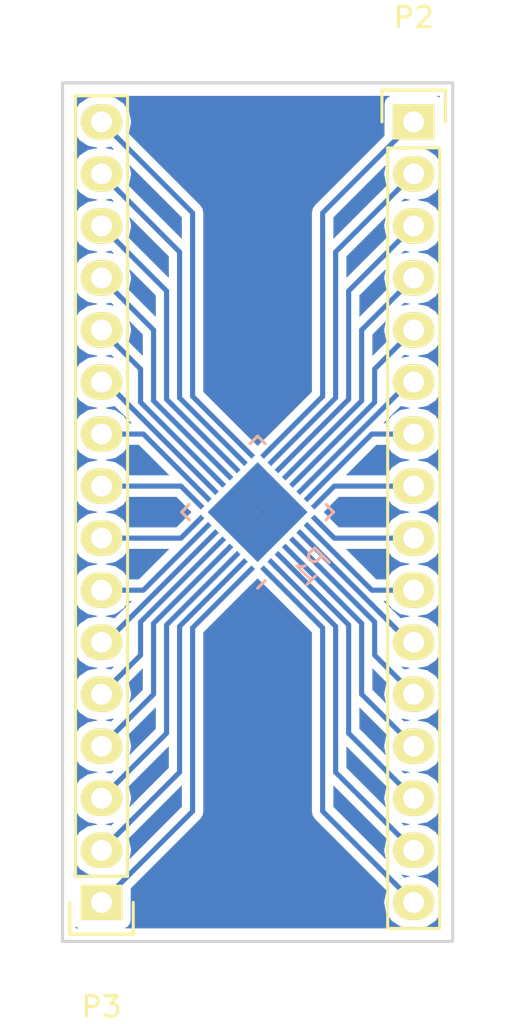
<source format=kicad_pcb>
(kicad_pcb (version 4) (host pcbnew 4.0.3-stable)

  (general
    (links 32)
    (no_connects 0)
    (area 135.179999 81.839999 154.380001 123.900001)
    (thickness 1.6)
    (drawings 4)
    (tracks 86)
    (zones 0)
    (modules 3)
    (nets 33)
  )

  (page A4)
  (layers
    (0 F.Cu signal)
    (31 B.Cu signal)
    (32 B.Adhes user)
    (33 F.Adhes user)
    (34 B.Paste user)
    (35 F.Paste user)
    (36 B.SilkS user)
    (37 F.SilkS user)
    (38 B.Mask user)
    (39 F.Mask user)
    (40 Dwgs.User user)
    (41 Cmts.User user)
    (42 Eco1.User user)
    (43 Eco2.User user)
    (44 Edge.Cuts user)
    (45 Margin user)
    (46 B.CrtYd user)
    (47 F.CrtYd user)
    (48 B.Fab user)
    (49 F.Fab user)
  )

  (setup
    (last_trace_width 0.25)
    (user_trace_width 0.5)
    (user_trace_width 1)
    (trace_clearance 0.2)
    (zone_clearance 0.4)
    (zone_45_only no)
    (trace_min 0.2)
    (segment_width 0.2)
    (edge_width 0.15)
    (via_size 0.6)
    (via_drill 0.4)
    (via_min_size 0.4)
    (via_min_drill 0.3)
    (user_via 1.2 0.8)
    (uvia_size 0.3)
    (uvia_drill 0.1)
    (uvias_allowed no)
    (uvia_min_size 0.2)
    (uvia_min_drill 0.1)
    (pcb_text_width 0.3)
    (pcb_text_size 1.5 1.5)
    (mod_edge_width 0.15)
    (mod_text_size 1 1)
    (mod_text_width 0.15)
    (pad_size 1.524 1.524)
    (pad_drill 0.762)
    (pad_to_mask_clearance 0.2)
    (aux_axis_origin 0 0)
    (visible_elements 7FFFFFFF)
    (pcbplotparams
      (layerselection 0x01000_80000000)
      (usegerberextensions false)
      (excludeedgelayer true)
      (linewidth 0.100000)
      (plotframeref false)
      (viasonmask false)
      (mode 1)
      (useauxorigin false)
      (hpglpennumber 1)
      (hpglpenspeed 20)
      (hpglpendiameter 15)
      (hpglpenoverlay 2)
      (psnegative false)
      (psa4output false)
      (plotreference true)
      (plotvalue true)
      (plotinvisibletext false)
      (padsonsilk false)
      (subtractmaskfromsilk false)
      (outputformat 1)
      (mirror false)
      (drillshape 0)
      (scaleselection 1)
      (outputdirectory ""))
  )

  (net 0 "")
  (net 1 "Net-(P1-Pad1)")
  (net 2 "Net-(P1-Pad2)")
  (net 3 "Net-(P1-Pad3)")
  (net 4 "Net-(P1-Pad4)")
  (net 5 "Net-(P1-Pad5)")
  (net 6 "Net-(P1-Pad6)")
  (net 7 "Net-(P1-Pad7)")
  (net 8 "Net-(P1-Pad8)")
  (net 9 "Net-(P1-Pad9)")
  (net 10 "Net-(P1-Pad10)")
  (net 11 "Net-(P1-Pad11)")
  (net 12 "Net-(P1-Pad12)")
  (net 13 "Net-(P1-Pad13)")
  (net 14 "Net-(P1-Pad14)")
  (net 15 "Net-(P1-Pad15)")
  (net 16 "Net-(P1-Pad16)")
  (net 17 "Net-(P1-Pad17)")
  (net 18 "Net-(P1-Pad18)")
  (net 19 "Net-(P1-Pad19)")
  (net 20 "Net-(P1-Pad20)")
  (net 21 "Net-(P1-Pad21)")
  (net 22 "Net-(P1-Pad22)")
  (net 23 "Net-(P1-Pad23)")
  (net 24 "Net-(P1-Pad24)")
  (net 25 "Net-(P1-Pad25)")
  (net 26 "Net-(P1-Pad26)")
  (net 27 "Net-(P1-Pad27)")
  (net 28 "Net-(P1-Pad28)")
  (net 29 "Net-(P1-Pad29)")
  (net 30 "Net-(P1-Pad30)")
  (net 31 "Net-(P1-Pad31)")
  (net 32 "Net-(P1-Pad32)")

  (net_class Default "これは標準のネット クラスです。"
    (clearance 0.2)
    (trace_width 0.25)
    (via_dia 0.6)
    (via_drill 0.4)
    (uvia_dia 0.3)
    (uvia_drill 0.1)
    (add_net "Net-(P1-Pad1)")
    (add_net "Net-(P1-Pad10)")
    (add_net "Net-(P1-Pad11)")
    (add_net "Net-(P1-Pad12)")
    (add_net "Net-(P1-Pad13)")
    (add_net "Net-(P1-Pad14)")
    (add_net "Net-(P1-Pad15)")
    (add_net "Net-(P1-Pad16)")
    (add_net "Net-(P1-Pad17)")
    (add_net "Net-(P1-Pad18)")
    (add_net "Net-(P1-Pad19)")
    (add_net "Net-(P1-Pad2)")
    (add_net "Net-(P1-Pad20)")
    (add_net "Net-(P1-Pad21)")
    (add_net "Net-(P1-Pad22)")
    (add_net "Net-(P1-Pad23)")
    (add_net "Net-(P1-Pad24)")
    (add_net "Net-(P1-Pad25)")
    (add_net "Net-(P1-Pad26)")
    (add_net "Net-(P1-Pad27)")
    (add_net "Net-(P1-Pad28)")
    (add_net "Net-(P1-Pad29)")
    (add_net "Net-(P1-Pad3)")
    (add_net "Net-(P1-Pad30)")
    (add_net "Net-(P1-Pad31)")
    (add_net "Net-(P1-Pad32)")
    (add_net "Net-(P1-Pad4)")
    (add_net "Net-(P1-Pad5)")
    (add_net "Net-(P1-Pad6)")
    (add_net "Net-(P1-Pad7)")
    (add_net "Net-(P1-Pad8)")
    (add_net "Net-(P1-Pad9)")
  )

  (module Housings_DFN_QFN:QFN-32-1EP_5x5mm_Pitch0.5mm (layer B.Cu) (tedit 54130A77) (tstamp 57B6A952)
    (at 144.78 102.87 45)
    (descr "UH Package; 32-Lead Plastic QFN (5mm x 5mm); (see Linear Technology QFN_32_05-08-1693.pdf)")
    (tags "QFN 0.5")
    (path /57B6A8C3)
    (attr smd)
    (fp_text reference P1 (at 0 3.749999 45) (layer B.SilkS)
      (effects (font (size 1 1) (thickness 0.15)) (justify mirror))
    )
    (fp_text value CONN_01X32 (at 0 -3.749999 45) (layer B.Fab)
      (effects (font (size 1 1) (thickness 0.15)) (justify mirror))
    )
    (fp_line (start -3 3) (end -3 -3) (layer B.CrtYd) (width 0.05))
    (fp_line (start 3 3) (end 3 -3) (layer B.CrtYd) (width 0.05))
    (fp_line (start -3 3) (end 3 3) (layer B.CrtYd) (width 0.05))
    (fp_line (start -3 -3) (end 3 -3) (layer B.CrtYd) (width 0.05))
    (fp_line (start 2.625 2.625) (end 2.625 2.1) (layer B.SilkS) (width 0.15))
    (fp_line (start -2.625 -2.625) (end -2.625 -2.1) (layer B.SilkS) (width 0.15))
    (fp_line (start 2.625 -2.625) (end 2.625 -2.1) (layer B.SilkS) (width 0.15))
    (fp_line (start -2.625 2.625) (end -2.1 2.625) (layer B.SilkS) (width 0.15))
    (fp_line (start -2.625 -2.625) (end -2.1 -2.625) (layer B.SilkS) (width 0.15))
    (fp_line (start 2.625 -2.625) (end 2.1 -2.625) (layer B.SilkS) (width 0.15))
    (fp_line (start 2.625 2.625) (end 2.1 2.625) (layer B.SilkS) (width 0.15))
    (pad 1 smd rect (at -2.4 1.75 45) (size 0.7 0.25) (layers B.Cu B.Paste B.Mask)
      (net 1 "Net-(P1-Pad1)"))
    (pad 2 smd rect (at -2.4 1.25 45) (size 0.7 0.25) (layers B.Cu B.Paste B.Mask)
      (net 2 "Net-(P1-Pad2)"))
    (pad 3 smd rect (at -2.4 0.75 45) (size 0.7 0.25) (layers B.Cu B.Paste B.Mask)
      (net 3 "Net-(P1-Pad3)"))
    (pad 4 smd rect (at -2.4 0.25 45) (size 0.7 0.25) (layers B.Cu B.Paste B.Mask)
      (net 4 "Net-(P1-Pad4)"))
    (pad 5 smd rect (at -2.4 -0.25 45) (size 0.7 0.25) (layers B.Cu B.Paste B.Mask)
      (net 5 "Net-(P1-Pad5)"))
    (pad 6 smd rect (at -2.4 -0.75 45) (size 0.7 0.25) (layers B.Cu B.Paste B.Mask)
      (net 6 "Net-(P1-Pad6)"))
    (pad 7 smd rect (at -2.4 -1.25 45) (size 0.7 0.25) (layers B.Cu B.Paste B.Mask)
      (net 7 "Net-(P1-Pad7)"))
    (pad 8 smd rect (at -2.4 -1.75 45) (size 0.7 0.25) (layers B.Cu B.Paste B.Mask)
      (net 8 "Net-(P1-Pad8)"))
    (pad 9 smd rect (at -1.75 -2.4 315) (size 0.7 0.25) (layers B.Cu B.Paste B.Mask)
      (net 9 "Net-(P1-Pad9)"))
    (pad 10 smd rect (at -1.25 -2.4 315) (size 0.7 0.25) (layers B.Cu B.Paste B.Mask)
      (net 10 "Net-(P1-Pad10)"))
    (pad 11 smd rect (at -0.75 -2.4 315) (size 0.7 0.25) (layers B.Cu B.Paste B.Mask)
      (net 11 "Net-(P1-Pad11)"))
    (pad 12 smd rect (at -0.25 -2.4 315) (size 0.7 0.25) (layers B.Cu B.Paste B.Mask)
      (net 12 "Net-(P1-Pad12)"))
    (pad 13 smd rect (at 0.25 -2.4 315) (size 0.7 0.25) (layers B.Cu B.Paste B.Mask)
      (net 13 "Net-(P1-Pad13)"))
    (pad 14 smd rect (at 0.75 -2.4 315) (size 0.7 0.25) (layers B.Cu B.Paste B.Mask)
      (net 14 "Net-(P1-Pad14)"))
    (pad 15 smd rect (at 1.25 -2.4 315) (size 0.7 0.25) (layers B.Cu B.Paste B.Mask)
      (net 15 "Net-(P1-Pad15)"))
    (pad 16 smd rect (at 1.75 -2.4 315) (size 0.7 0.25) (layers B.Cu B.Paste B.Mask)
      (net 16 "Net-(P1-Pad16)"))
    (pad 17 smd rect (at 2.4 -1.75 45) (size 0.7 0.25) (layers B.Cu B.Paste B.Mask)
      (net 17 "Net-(P1-Pad17)"))
    (pad 18 smd rect (at 2.4 -1.25 45) (size 0.7 0.25) (layers B.Cu B.Paste B.Mask)
      (net 18 "Net-(P1-Pad18)"))
    (pad 19 smd rect (at 2.4 -0.75 45) (size 0.7 0.25) (layers B.Cu B.Paste B.Mask)
      (net 19 "Net-(P1-Pad19)"))
    (pad 20 smd rect (at 2.4 -0.25 45) (size 0.7 0.25) (layers B.Cu B.Paste B.Mask)
      (net 20 "Net-(P1-Pad20)"))
    (pad 21 smd rect (at 2.4 0.25 45) (size 0.7 0.25) (layers B.Cu B.Paste B.Mask)
      (net 21 "Net-(P1-Pad21)"))
    (pad 22 smd rect (at 2.4 0.75 45) (size 0.7 0.25) (layers B.Cu B.Paste B.Mask)
      (net 22 "Net-(P1-Pad22)"))
    (pad 23 smd rect (at 2.4 1.25 45) (size 0.7 0.25) (layers B.Cu B.Paste B.Mask)
      (net 23 "Net-(P1-Pad23)"))
    (pad 24 smd rect (at 2.4 1.75 45) (size 0.7 0.25) (layers B.Cu B.Paste B.Mask)
      (net 24 "Net-(P1-Pad24)"))
    (pad 25 smd rect (at 1.75 2.4 315) (size 0.7 0.25) (layers B.Cu B.Paste B.Mask)
      (net 25 "Net-(P1-Pad25)"))
    (pad 26 smd rect (at 1.25 2.4 315) (size 0.7 0.25) (layers B.Cu B.Paste B.Mask)
      (net 26 "Net-(P1-Pad26)"))
    (pad 27 smd rect (at 0.75 2.4 315) (size 0.7 0.25) (layers B.Cu B.Paste B.Mask)
      (net 27 "Net-(P1-Pad27)"))
    (pad 28 smd rect (at 0.25 2.4 315) (size 0.7 0.25) (layers B.Cu B.Paste B.Mask)
      (net 28 "Net-(P1-Pad28)"))
    (pad 29 smd rect (at -0.25 2.4 315) (size 0.7 0.25) (layers B.Cu B.Paste B.Mask)
      (net 29 "Net-(P1-Pad29)"))
    (pad 30 smd rect (at -0.75 2.4 315) (size 0.7 0.25) (layers B.Cu B.Paste B.Mask)
      (net 30 "Net-(P1-Pad30)"))
    (pad 31 smd rect (at -1.25 2.4 315) (size 0.7 0.25) (layers B.Cu B.Paste B.Mask)
      (net 31 "Net-(P1-Pad31)"))
    (pad 32 smd rect (at -1.75 2.4 315) (size 0.7 0.25) (layers B.Cu B.Paste B.Mask)
      (net 32 "Net-(P1-Pad32)"))
    (pad 33 smd rect (at 0.8625 -0.8625 45) (size 1.725 1.725) (layers B.Cu B.Paste B.Mask)
      (solder_paste_margin_ratio -0.2))
    (pad 33 smd rect (at 0.8625 0.8625 45) (size 1.725 1.725) (layers B.Cu B.Paste B.Mask)
      (solder_paste_margin_ratio -0.2))
    (pad 33 smd rect (at -0.8625 -0.8625 45) (size 1.725 1.725) (layers B.Cu B.Paste B.Mask)
      (solder_paste_margin_ratio -0.2))
    (pad 33 smd rect (at -0.8625 0.8625 45) (size 1.725 1.725) (layers B.Cu B.Paste B.Mask)
      (solder_paste_margin_ratio -0.2))
    (model Housings_DFN_QFN.3dshapes/QFN-32-1EP_5x5mm_Pitch0.5mm.wrl
      (at (xyz 0 0 0))
      (scale (xyz 1 1 1))
      (rotate (xyz 0 0 0))
    )
  )

  (module Pin_Headers:Pin_Header_Straight_1x16 (layer F.Cu) (tedit 0) (tstamp 57B6A966)
    (at 152.4 83.82)
    (descr "Through hole pin header")
    (tags "pin header")
    (path /57B6A8A7)
    (fp_text reference P2 (at 0 -5.1) (layer F.SilkS)
      (effects (font (size 1 1) (thickness 0.15)))
    )
    (fp_text value CONN_01X16 (at 0 -3.1) (layer F.Fab)
      (effects (font (size 1 1) (thickness 0.15)))
    )
    (fp_line (start -1.75 -1.75) (end -1.75 39.85) (layer F.CrtYd) (width 0.05))
    (fp_line (start 1.75 -1.75) (end 1.75 39.85) (layer F.CrtYd) (width 0.05))
    (fp_line (start -1.75 -1.75) (end 1.75 -1.75) (layer F.CrtYd) (width 0.05))
    (fp_line (start -1.75 39.85) (end 1.75 39.85) (layer F.CrtYd) (width 0.05))
    (fp_line (start -1.27 1.27) (end -1.27 39.37) (layer F.SilkS) (width 0.15))
    (fp_line (start -1.27 39.37) (end 1.27 39.37) (layer F.SilkS) (width 0.15))
    (fp_line (start 1.27 39.37) (end 1.27 1.27) (layer F.SilkS) (width 0.15))
    (fp_line (start 1.55 -1.55) (end 1.55 0) (layer F.SilkS) (width 0.15))
    (fp_line (start 1.27 1.27) (end -1.27 1.27) (layer F.SilkS) (width 0.15))
    (fp_line (start -1.55 0) (end -1.55 -1.55) (layer F.SilkS) (width 0.15))
    (fp_line (start -1.55 -1.55) (end 1.55 -1.55) (layer F.SilkS) (width 0.15))
    (pad 1 thru_hole rect (at 0 0) (size 2.032 1.7272) (drill 1.016) (layers *.Cu *.Mask F.SilkS)
      (net 17 "Net-(P1-Pad17)"))
    (pad 2 thru_hole oval (at 0 2.54) (size 2.032 1.7272) (drill 1.016) (layers *.Cu *.Mask F.SilkS)
      (net 18 "Net-(P1-Pad18)"))
    (pad 3 thru_hole oval (at 0 5.08) (size 2.032 1.7272) (drill 1.016) (layers *.Cu *.Mask F.SilkS)
      (net 19 "Net-(P1-Pad19)"))
    (pad 4 thru_hole oval (at 0 7.62) (size 2.032 1.7272) (drill 1.016) (layers *.Cu *.Mask F.SilkS)
      (net 20 "Net-(P1-Pad20)"))
    (pad 5 thru_hole oval (at 0 10.16) (size 2.032 1.7272) (drill 1.016) (layers *.Cu *.Mask F.SilkS)
      (net 21 "Net-(P1-Pad21)"))
    (pad 6 thru_hole oval (at 0 12.7) (size 2.032 1.7272) (drill 1.016) (layers *.Cu *.Mask F.SilkS)
      (net 22 "Net-(P1-Pad22)"))
    (pad 7 thru_hole oval (at 0 15.24) (size 2.032 1.7272) (drill 1.016) (layers *.Cu *.Mask F.SilkS)
      (net 23 "Net-(P1-Pad23)"))
    (pad 8 thru_hole oval (at 0 17.78) (size 2.032 1.7272) (drill 1.016) (layers *.Cu *.Mask F.SilkS)
      (net 24 "Net-(P1-Pad24)"))
    (pad 9 thru_hole oval (at 0 20.32) (size 2.032 1.7272) (drill 1.016) (layers *.Cu *.Mask F.SilkS)
      (net 25 "Net-(P1-Pad25)"))
    (pad 10 thru_hole oval (at 0 22.86) (size 2.032 1.7272) (drill 1.016) (layers *.Cu *.Mask F.SilkS)
      (net 26 "Net-(P1-Pad26)"))
    (pad 11 thru_hole oval (at 0 25.4) (size 2.032 1.7272) (drill 1.016) (layers *.Cu *.Mask F.SilkS)
      (net 27 "Net-(P1-Pad27)"))
    (pad 12 thru_hole oval (at 0 27.94) (size 2.032 1.7272) (drill 1.016) (layers *.Cu *.Mask F.SilkS)
      (net 28 "Net-(P1-Pad28)"))
    (pad 13 thru_hole oval (at 0 30.48) (size 2.032 1.7272) (drill 1.016) (layers *.Cu *.Mask F.SilkS)
      (net 29 "Net-(P1-Pad29)"))
    (pad 14 thru_hole oval (at 0 33.02) (size 2.032 1.7272) (drill 1.016) (layers *.Cu *.Mask F.SilkS)
      (net 30 "Net-(P1-Pad30)"))
    (pad 15 thru_hole oval (at 0 35.56) (size 2.032 1.7272) (drill 1.016) (layers *.Cu *.Mask F.SilkS)
      (net 31 "Net-(P1-Pad31)"))
    (pad 16 thru_hole oval (at 0 38.1) (size 2.032 1.7272) (drill 1.016) (layers *.Cu *.Mask F.SilkS)
      (net 32 "Net-(P1-Pad32)"))
    (model Pin_Headers.3dshapes/Pin_Header_Straight_1x16.wrl
      (at (xyz 0 -0.75 0))
      (scale (xyz 1 1 1))
      (rotate (xyz 0 0 90))
    )
  )

  (module Pin_Headers:Pin_Header_Straight_1x16 (layer F.Cu) (tedit 0) (tstamp 57B6A97A)
    (at 137.16 121.92 180)
    (descr "Through hole pin header")
    (tags "pin header")
    (path /57B6A873)
    (fp_text reference P3 (at 0 -5.1 180) (layer F.SilkS)
      (effects (font (size 1 1) (thickness 0.15)))
    )
    (fp_text value CONN_01X16 (at 0 -3.1 180) (layer F.Fab)
      (effects (font (size 1 1) (thickness 0.15)))
    )
    (fp_line (start -1.75 -1.75) (end -1.75 39.85) (layer F.CrtYd) (width 0.05))
    (fp_line (start 1.75 -1.75) (end 1.75 39.85) (layer F.CrtYd) (width 0.05))
    (fp_line (start -1.75 -1.75) (end 1.75 -1.75) (layer F.CrtYd) (width 0.05))
    (fp_line (start -1.75 39.85) (end 1.75 39.85) (layer F.CrtYd) (width 0.05))
    (fp_line (start -1.27 1.27) (end -1.27 39.37) (layer F.SilkS) (width 0.15))
    (fp_line (start -1.27 39.37) (end 1.27 39.37) (layer F.SilkS) (width 0.15))
    (fp_line (start 1.27 39.37) (end 1.27 1.27) (layer F.SilkS) (width 0.15))
    (fp_line (start 1.55 -1.55) (end 1.55 0) (layer F.SilkS) (width 0.15))
    (fp_line (start 1.27 1.27) (end -1.27 1.27) (layer F.SilkS) (width 0.15))
    (fp_line (start -1.55 0) (end -1.55 -1.55) (layer F.SilkS) (width 0.15))
    (fp_line (start -1.55 -1.55) (end 1.55 -1.55) (layer F.SilkS) (width 0.15))
    (pad 1 thru_hole rect (at 0 0 180) (size 2.032 1.7272) (drill 1.016) (layers *.Cu *.Mask F.SilkS)
      (net 1 "Net-(P1-Pad1)"))
    (pad 2 thru_hole oval (at 0 2.54 180) (size 2.032 1.7272) (drill 1.016) (layers *.Cu *.Mask F.SilkS)
      (net 2 "Net-(P1-Pad2)"))
    (pad 3 thru_hole oval (at 0 5.08 180) (size 2.032 1.7272) (drill 1.016) (layers *.Cu *.Mask F.SilkS)
      (net 3 "Net-(P1-Pad3)"))
    (pad 4 thru_hole oval (at 0 7.62 180) (size 2.032 1.7272) (drill 1.016) (layers *.Cu *.Mask F.SilkS)
      (net 4 "Net-(P1-Pad4)"))
    (pad 5 thru_hole oval (at 0 10.16 180) (size 2.032 1.7272) (drill 1.016) (layers *.Cu *.Mask F.SilkS)
      (net 5 "Net-(P1-Pad5)"))
    (pad 6 thru_hole oval (at 0 12.7 180) (size 2.032 1.7272) (drill 1.016) (layers *.Cu *.Mask F.SilkS)
      (net 6 "Net-(P1-Pad6)"))
    (pad 7 thru_hole oval (at 0 15.24 180) (size 2.032 1.7272) (drill 1.016) (layers *.Cu *.Mask F.SilkS)
      (net 7 "Net-(P1-Pad7)"))
    (pad 8 thru_hole oval (at 0 17.78 180) (size 2.032 1.7272) (drill 1.016) (layers *.Cu *.Mask F.SilkS)
      (net 8 "Net-(P1-Pad8)"))
    (pad 9 thru_hole oval (at 0 20.32 180) (size 2.032 1.7272) (drill 1.016) (layers *.Cu *.Mask F.SilkS)
      (net 9 "Net-(P1-Pad9)"))
    (pad 10 thru_hole oval (at 0 22.86 180) (size 2.032 1.7272) (drill 1.016) (layers *.Cu *.Mask F.SilkS)
      (net 10 "Net-(P1-Pad10)"))
    (pad 11 thru_hole oval (at 0 25.4 180) (size 2.032 1.7272) (drill 1.016) (layers *.Cu *.Mask F.SilkS)
      (net 11 "Net-(P1-Pad11)"))
    (pad 12 thru_hole oval (at 0 27.94 180) (size 2.032 1.7272) (drill 1.016) (layers *.Cu *.Mask F.SilkS)
      (net 12 "Net-(P1-Pad12)"))
    (pad 13 thru_hole oval (at 0 30.48 180) (size 2.032 1.7272) (drill 1.016) (layers *.Cu *.Mask F.SilkS)
      (net 13 "Net-(P1-Pad13)"))
    (pad 14 thru_hole oval (at 0 33.02 180) (size 2.032 1.7272) (drill 1.016) (layers *.Cu *.Mask F.SilkS)
      (net 14 "Net-(P1-Pad14)"))
    (pad 15 thru_hole oval (at 0 35.56 180) (size 2.032 1.7272) (drill 1.016) (layers *.Cu *.Mask F.SilkS)
      (net 15 "Net-(P1-Pad15)"))
    (pad 16 thru_hole oval (at 0 38.1 180) (size 2.032 1.7272) (drill 1.016) (layers *.Cu *.Mask F.SilkS)
      (net 16 "Net-(P1-Pad16)"))
    (model Pin_Headers.3dshapes/Pin_Header_Straight_1x16.wrl
      (at (xyz 0 -0.75 0))
      (scale (xyz 1 1 1))
      (rotate (xyz 0 0 90))
    )
  )

  (gr_line (start 154.305 123.825) (end 135.255 123.825) (angle 90) (layer Edge.Cuts) (width 0.15))
  (gr_line (start 154.305 81.915) (end 154.305 123.825) (angle 90) (layer Edge.Cuts) (width 0.15))
  (gr_line (start 135.255 81.915) (end 154.305 81.915) (angle 90) (layer Edge.Cuts) (width 0.15))
  (gr_line (start 135.255 123.825) (end 135.255 81.915) (angle 90) (layer Edge.Cuts) (width 0.15))

  (segment (start 144.320381 105.804493) (end 141.605 108.519874) (width 0.25) (layer B.Cu) (net 1))
  (segment (start 141.605 117.475) (end 137.16 121.92) (width 0.25) (layer B.Cu) (net 1) (tstamp 57BF6A31))
  (segment (start 141.605 108.519874) (end 141.605 117.475) (width 0.25) (layer B.Cu) (net 1) (tstamp 57BF6A2F))
  (segment (start 143.966827 105.45094) (end 140.97 108.447767) (width 0.25) (layer B.Cu) (net 2))
  (segment (start 140.97 115.57) (end 137.16 119.38) (width 0.25) (layer B.Cu) (net 2) (tstamp 57BF6A2B))
  (segment (start 140.97 108.447767) (end 140.97 115.57) (width 0.25) (layer B.Cu) (net 2) (tstamp 57BF6A29))
  (segment (start 143.613274 105.097386) (end 140.335 108.37566) (width 0.25) (layer B.Cu) (net 3))
  (segment (start 140.335 113.665) (end 137.16 116.84) (width 0.25) (layer B.Cu) (net 3) (tstamp 57BF6A25))
  (segment (start 140.335 108.37566) (end 140.335 113.665) (width 0.25) (layer B.Cu) (net 3) (tstamp 57BF6A23))
  (segment (start 143.25972 104.743833) (end 139.7 108.303553) (width 0.25) (layer B.Cu) (net 4))
  (segment (start 139.7 111.76) (end 137.16 114.3) (width 0.25) (layer B.Cu) (net 4) (tstamp 57BF6A1F))
  (segment (start 139.7 108.303553) (end 139.7 111.76) (width 0.25) (layer B.Cu) (net 4) (tstamp 57BF6A1D))
  (segment (start 142.906167 104.39028) (end 139.065 108.231447) (width 0.25) (layer B.Cu) (net 5))
  (segment (start 139.065 109.855) (end 137.16 111.76) (width 0.25) (layer B.Cu) (net 5) (tstamp 57BF6A19))
  (segment (start 139.065 108.231447) (end 139.065 109.855) (width 0.25) (layer B.Cu) (net 5) (tstamp 57BF6A17))
  (segment (start 142.552614 104.036726) (end 137.36934 109.22) (width 0.25) (layer B.Cu) (net 6))
  (segment (start 137.36934 109.22) (end 137.16 109.22) (width 0.25) (layer B.Cu) (net 6) (tstamp 57BF6A14))
  (segment (start 142.19906 103.683173) (end 139.202233 106.68) (width 0.25) (layer B.Cu) (net 7))
  (segment (start 139.202233 106.68) (end 137.16 106.68) (width 0.25) (layer B.Cu) (net 7) (tstamp 57BF6A10))
  (segment (start 137.932233 106.68) (end 137.16 106.68) (width 0.25) (layer B.Cu) (net 7) (tstamp 57B6AC9A))
  (segment (start 141.845507 103.329619) (end 141.035126 104.14) (width 0.25) (layer B.Cu) (net 8))
  (segment (start 141.035126 104.14) (end 137.16 104.14) (width 0.25) (layer B.Cu) (net 8) (tstamp 57BF6A0D))
  (segment (start 141.845507 102.410381) (end 141.035126 101.6) (width 0.25) (layer B.Cu) (net 9))
  (segment (start 141.035126 101.6) (end 137.16 101.6) (width 0.25) (layer B.Cu) (net 9) (tstamp 57BF6A35))
  (segment (start 142.19906 102.056827) (end 139.202233 99.06) (width 0.25) (layer B.Cu) (net 10))
  (segment (start 139.202233 99.06) (end 137.16 99.06) (width 0.25) (layer B.Cu) (net 10) (tstamp 57BF6A38))
  (segment (start 137.932233 99.06) (end 137.16 99.06) (width 0.25) (layer B.Cu) (net 10) (tstamp 57B6AC6F))
  (segment (start 142.552614 101.703274) (end 137.36934 96.52) (width 0.25) (layer B.Cu) (net 11))
  (segment (start 137.36934 96.52) (end 137.16 96.52) (width 0.25) (layer B.Cu) (net 11) (tstamp 57BF6A3C))
  (segment (start 142.906167 101.34972) (end 139.065 97.508553) (width 0.25) (layer B.Cu) (net 12))
  (segment (start 139.065 95.885) (end 137.16 93.98) (width 0.25) (layer B.Cu) (net 12) (tstamp 57BF6A41))
  (segment (start 139.065 97.508553) (end 139.065 95.885) (width 0.25) (layer B.Cu) (net 12) (tstamp 57BF6A3F))
  (segment (start 143.25972 100.996167) (end 139.7 97.436447) (width 0.25) (layer B.Cu) (net 13))
  (segment (start 139.7 93.98) (end 137.16 91.44) (width 0.25) (layer B.Cu) (net 13) (tstamp 57BF6A47))
  (segment (start 139.7 97.436447) (end 139.7 93.98) (width 0.25) (layer B.Cu) (net 13) (tstamp 57BF6A45))
  (segment (start 143.613274 100.642614) (end 140.335 97.36434) (width 0.25) (layer B.Cu) (net 14))
  (segment (start 140.335 92.075) (end 137.16 88.9) (width 0.25) (layer B.Cu) (net 14) (tstamp 57BF6A4E))
  (segment (start 140.335 97.36434) (end 140.335 92.075) (width 0.25) (layer B.Cu) (net 14) (tstamp 57BF6A4C))
  (segment (start 143.966827 100.28906) (end 140.97 97.292233) (width 0.25) (layer B.Cu) (net 15))
  (segment (start 140.97 90.17) (end 137.16 86.36) (width 0.25) (layer B.Cu) (net 15) (tstamp 57BF6A55))
  (segment (start 140.97 97.292233) (end 140.97 90.17) (width 0.25) (layer B.Cu) (net 15) (tstamp 57BF6A53))
  (segment (start 137.16 83.82) (end 141.605 88.265) (width 0.25) (layer B.Cu) (net 16))
  (segment (start 141.605 97.220126) (end 144.320381 99.935507) (width 0.25) (layer B.Cu) (net 16) (tstamp 57BF6A5B))
  (segment (start 141.605 88.265) (end 141.605 97.220126) (width 0.25) (layer B.Cu) (net 16) (tstamp 57BF6A59))
  (segment (start 145.239619 99.935507) (end 147.955 97.220126) (width 0.25) (layer B.Cu) (net 17))
  (segment (start 147.955 88.265) (end 152.4 83.82) (width 0.25) (layer B.Cu) (net 17) (tstamp 57BF69E0))
  (segment (start 147.955 97.220126) (end 147.955 88.265) (width 0.25) (layer B.Cu) (net 17) (tstamp 57BF69DF))
  (segment (start 145.593173 100.28906) (end 148.59 97.292233) (width 0.25) (layer B.Cu) (net 18))
  (segment (start 148.59 90.17) (end 152.4 86.36) (width 0.25) (layer B.Cu) (net 18) (tstamp 57BF69DB))
  (segment (start 148.59 97.292233) (end 148.59 90.17) (width 0.25) (layer B.Cu) (net 18) (tstamp 57BF69D9))
  (segment (start 145.946726 100.642614) (end 149.225 97.36434) (width 0.25) (layer B.Cu) (net 19))
  (segment (start 149.225 92.075) (end 152.4 88.9) (width 0.25) (layer B.Cu) (net 19) (tstamp 57BF69D5))
  (segment (start 149.225 97.36434) (end 149.225 92.075) (width 0.25) (layer B.Cu) (net 19) (tstamp 57BF69D3))
  (segment (start 146.30028 100.996167) (end 149.86 97.436447) (width 0.25) (layer B.Cu) (net 20))
  (segment (start 149.86 93.98) (end 152.4 91.44) (width 0.25) (layer B.Cu) (net 20) (tstamp 57BF69CF))
  (segment (start 149.86 97.436447) (end 149.86 93.98) (width 0.25) (layer B.Cu) (net 20) (tstamp 57BF69CD))
  (segment (start 146.653833 101.34972) (end 150.495 97.508553) (width 0.25) (layer B.Cu) (net 21))
  (segment (start 150.495 95.885) (end 152.4 93.98) (width 0.25) (layer B.Cu) (net 21) (tstamp 57BF69C9))
  (segment (start 150.495 97.508553) (end 150.495 95.885) (width 0.25) (layer B.Cu) (net 21) (tstamp 57BF69C7))
  (segment (start 147.007386 101.703274) (end 152.19066 96.52) (width 0.25) (layer B.Cu) (net 22))
  (segment (start 152.19066 96.52) (end 152.4 96.52) (width 0.25) (layer B.Cu) (net 22) (tstamp 57BF69C4))
  (segment (start 147.36094 102.056827) (end 150.357767 99.06) (width 0.25) (layer B.Cu) (net 23))
  (segment (start 150.357767 99.06) (end 152.4 99.06) (width 0.25) (layer B.Cu) (net 23) (tstamp 57BF69C0))
  (segment (start 147.714493 102.410381) (end 148.524874 101.6) (width 0.25) (layer B.Cu) (net 24))
  (segment (start 148.524874 101.6) (end 152.4 101.6) (width 0.25) (layer B.Cu) (net 24) (tstamp 57BF69BD))
  (segment (start 147.714493 103.329619) (end 148.524874 104.14) (width 0.25) (layer B.Cu) (net 25))
  (segment (start 148.524874 104.14) (end 152.4 104.14) (width 0.25) (layer B.Cu) (net 25) (tstamp 57BF69E4))
  (segment (start 147.36094 103.683173) (end 150.357767 106.68) (width 0.25) (layer B.Cu) (net 26))
  (segment (start 150.357767 106.68) (end 152.4 106.68) (width 0.25) (layer B.Cu) (net 26) (tstamp 57BF69E7))
  (segment (start 147.007386 104.036726) (end 152.19066 109.22) (width 0.25) (layer B.Cu) (net 27))
  (segment (start 152.19066 109.22) (end 152.4 109.22) (width 0.25) (layer B.Cu) (net 27) (tstamp 57BF69EB))
  (segment (start 146.653833 104.39028) (end 150.495 108.231447) (width 0.25) (layer B.Cu) (net 28))
  (segment (start 150.495 109.855) (end 152.4 111.76) (width 0.25) (layer B.Cu) (net 28) (tstamp 57BF69F0))
  (segment (start 150.495 108.231447) (end 150.495 109.855) (width 0.25) (layer B.Cu) (net 28) (tstamp 57BF69EE))
  (segment (start 146.30028 104.743833) (end 149.86 108.303553) (width 0.25) (layer B.Cu) (net 29))
  (segment (start 149.86 111.76) (end 152.4 114.3) (width 0.25) (layer B.Cu) (net 29) (tstamp 57BF69F6))
  (segment (start 149.86 108.303553) (end 149.86 111.76) (width 0.25) (layer B.Cu) (net 29) (tstamp 57BF69F4))
  (segment (start 145.946726 105.097386) (end 149.225 108.37566) (width 0.25) (layer B.Cu) (net 30))
  (segment (start 149.225 113.665) (end 152.4 116.84) (width 0.25) (layer B.Cu) (net 30) (tstamp 57BF69FC))
  (segment (start 149.225 108.37566) (end 149.225 113.665) (width 0.25) (layer B.Cu) (net 30) (tstamp 57BF69FA))
  (segment (start 145.593173 105.45094) (end 148.59 108.447767) (width 0.25) (layer B.Cu) (net 31))
  (segment (start 148.59 115.57) (end 152.4 119.38) (width 0.25) (layer B.Cu) (net 31) (tstamp 57BF6A02))
  (segment (start 148.59 108.447767) (end 148.59 115.57) (width 0.25) (layer B.Cu) (net 31) (tstamp 57BF6A00))
  (segment (start 145.239619 105.804493) (end 147.955 108.519874) (width 0.25) (layer B.Cu) (net 32))
  (segment (start 147.955 117.475) (end 152.4 121.92) (width 0.25) (layer B.Cu) (net 32) (tstamp 57BF6A09))
  (segment (start 147.955 108.519874) (end 147.955 117.475) (width 0.25) (layer B.Cu) (net 32) (tstamp 57BF6A07))

  (zone (net 0) (net_name "") (layer B.Cu) (tstamp 57BF6A60) (hatch edge 0.508)
    (connect_pads (clearance 0.4))
    (min_thickness 0.026)
    (fill yes (arc_segments 16) (thermal_gap 0.508) (thermal_bridge_width 0.508))
    (polygon
      (pts
        (xy 153.67 123.19) (xy 135.89 123.19) (xy 135.89 82.55) (xy 153.67 82.55)
      )
    )
    (filled_polygon
      (pts
        (xy 145.100962 106.438125) (xy 145.137091 106.462811) (xy 147.417 108.742721) (xy 147.417 117.475) (xy 147.457953 117.680884)
        (xy 147.499253 117.742693) (xy 147.574577 117.855423) (xy 151.084415 121.365262) (xy 151.040179 121.431466) (xy 150.943004 121.92)
        (xy 151.040179 122.408534) (xy 151.316911 122.822693) (xy 151.73107 123.099425) (xy 152.121068 123.177) (xy 138.323166 123.177)
        (xy 138.329049 123.175893) (xy 138.469614 123.085441) (xy 138.563915 122.947428) (xy 138.597091 122.7836) (xy 138.597091 121.243755)
        (xy 141.985423 117.855424) (xy 142.102047 117.680884) (xy 142.102047 117.680883) (xy 142.143 117.475) (xy 142.143 108.74272)
        (xy 144.425066 106.460655) (xy 144.459038 106.438125) (xy 144.78 106.117163)
      )
    )
    (filled_polygon
      (pts
        (xy 135.980172 123.171515) (xy 136.007258 123.177) (xy 135.903 123.177) (xy 135.903 123.118785)
      )
    )
    (filled_polygon
      (pts
        (xy 153.657 123.177) (xy 152.678932 123.177) (xy 153.06893 123.099425) (xy 153.483089 122.822693) (xy 153.657 122.562417)
      )
    )
    (filled_polygon
      (pts
        (xy 153.657 121.277583) (xy 153.483089 121.017307) (xy 153.06893 120.740575) (xy 152.613577 120.65) (xy 153.06893 120.559425)
        (xy 153.483089 120.282693) (xy 153.657 120.022417)
      )
    )
    (filled_polygon
      (pts
        (xy 136.076911 120.282693) (xy 136.49107 120.559425) (xy 136.872566 120.635309) (xy 136.144 120.635309) (xy 135.990951 120.664107)
        (xy 135.903 120.720702) (xy 135.903 120.022417)
      )
    )
    (filled_polygon
      (pts
        (xy 152.186423 120.65) (xy 151.939886 120.699039) (xy 151.817455 120.576608)
      )
    )
    (filled_polygon
      (pts
        (xy 137.683845 120.635309) (xy 137.447434 120.635309) (xy 137.742546 120.576608)
      )
    )
    (filled_polygon
      (pts
        (xy 141.067 117.252153) (xy 138.537004 119.78215) (xy 138.616996 119.38) (xy 138.519821 118.891466) (xy 138.475585 118.825262)
        (xy 141.067 116.233847)
      )
    )
    (filled_polygon
      (pts
        (xy 151.084415 118.825262) (xy 151.040179 118.891466) (xy 150.943004 119.38) (xy 151.022996 119.78215) (xy 148.493 117.252154)
        (xy 148.493 116.233846)
      )
    )
    (filled_polygon
      (pts
        (xy 136.076911 117.742693) (xy 136.49107 118.019425) (xy 136.946423 118.11) (xy 136.49107 118.200575) (xy 136.076911 118.477307)
        (xy 135.903 118.737583) (xy 135.903 117.482417)
      )
    )
    (filled_polygon
      (pts
        (xy 153.657 118.737583) (xy 153.483089 118.477307) (xy 153.06893 118.200575) (xy 152.613577 118.11) (xy 153.06893 118.019425)
        (xy 153.483089 117.742693) (xy 153.657 117.482417)
      )
    )
    (filled_polygon
      (pts
        (xy 137.620115 118.159039) (xy 137.373577 118.11) (xy 137.742546 118.036608)
      )
    )
    (filled_polygon
      (pts
        (xy 152.186423 118.11) (xy 151.939886 118.159039) (xy 151.817455 118.036608)
      )
    )
    (filled_polygon
      (pts
        (xy 140.432 115.347153) (xy 138.537004 117.24215) (xy 138.616996 116.84) (xy 138.519821 116.351466) (xy 138.475585 116.285261)
        (xy 140.432 114.328846)
      )
    )
    (filled_polygon
      (pts
        (xy 151.084415 116.285261) (xy 151.040179 116.351466) (xy 150.943004 116.84) (xy 151.022996 117.24215) (xy 149.128 115.347154)
        (xy 149.128 114.328846)
      )
    )
    (filled_polygon
      (pts
        (xy 136.076911 115.202693) (xy 136.49107 115.479425) (xy 136.946423 115.57) (xy 136.49107 115.660575) (xy 136.076911 115.937307)
        (xy 135.903 116.197583) (xy 135.903 114.942417)
      )
    )
    (filled_polygon
      (pts
        (xy 153.657 116.197583) (xy 153.483089 115.937307) (xy 153.06893 115.660575) (xy 152.613577 115.57) (xy 153.06893 115.479425)
        (xy 153.483089 115.202693) (xy 153.657 114.942417)
      )
    )
    (filled_polygon
      (pts
        (xy 137.620115 115.619039) (xy 137.373577 115.57) (xy 137.742546 115.496608)
      )
    )
    (filled_polygon
      (pts
        (xy 152.186423 115.57) (xy 151.939885 115.619039) (xy 151.817454 115.496608)
      )
    )
    (filled_polygon
      (pts
        (xy 139.797 113.442154) (xy 138.537004 114.70215) (xy 138.616996 114.3) (xy 138.519821 113.811466) (xy 138.475585 113.745262)
        (xy 139.797 112.423847)
      )
    )
    (filled_polygon
      (pts
        (xy 151.084415 113.745262) (xy 151.040179 113.811466) (xy 150.943004 114.3) (xy 151.022996 114.70215) (xy 149.763 113.442154)
        (xy 149.763 112.423846)
      )
    )
    (filled_polygon
      (pts
        (xy 153.657 113.657583) (xy 153.483089 113.397307) (xy 153.06893 113.120575) (xy 152.613577 113.03) (xy 153.06893 112.939425)
        (xy 153.483089 112.662693) (xy 153.657 112.402417)
      )
    )
    (filled_polygon
      (pts
        (xy 136.076911 112.662693) (xy 136.49107 112.939425) (xy 136.946423 113.03) (xy 136.49107 113.120575) (xy 136.076911 113.397307)
        (xy 135.903 113.657583) (xy 135.903 112.402417)
      )
    )
    (filled_polygon
      (pts
        (xy 137.620114 113.079039) (xy 137.373577 113.03) (xy 137.742546 112.956608)
      )
    )
    (filled_polygon
      (pts
        (xy 152.186423 113.03) (xy 151.939886 113.079039) (xy 151.817454 112.956608)
      )
    )
    (filled_polygon
      (pts
        (xy 151.084415 111.205262) (xy 151.040179 111.271466) (xy 150.943004 111.76) (xy 151.022996 112.16215) (xy 150.398 111.537154)
        (xy 150.398 110.518846)
      )
    )
    (filled_polygon
      (pts
        (xy 139.162 111.537153) (xy 138.537004 112.162149) (xy 138.616996 111.76) (xy 138.519821 111.271466) (xy 138.475585 111.205262)
        (xy 139.162 110.518847)
      )
    )
    (filled_polygon
      (pts
        (xy 136.076911 110.122693) (xy 136.49107 110.399425) (xy 136.946423 110.49) (xy 136.49107 110.580575) (xy 136.076911 110.857307)
        (xy 135.903 111.117583) (xy 135.903 109.862417)
      )
    )
    (filled_polygon
      (pts
        (xy 153.657 111.117583) (xy 153.483089 110.857307) (xy 153.06893 110.580575) (xy 152.613577 110.49) (xy 153.06893 110.399425)
        (xy 153.483089 110.122693) (xy 153.657 109.862417)
      )
    )
    (filled_polygon
      (pts
        (xy 137.620114 110.539039) (xy 137.373577 110.49) (xy 137.742546 110.416608)
      )
    )
    (filled_polygon
      (pts
        (xy 152.186423 110.49) (xy 151.939886 110.539039) (xy 151.817454 110.416608)
      )
    )
    (filled_polygon
      (pts
        (xy 153.657 108.577583) (xy 153.483089 108.317307) (xy 153.06893 108.040575) (xy 152.613577 107.95) (xy 153.06893 107.859425)
        (xy 153.483089 107.582693) (xy 153.657 107.322417)
      )
    )
    (filled_polygon
      (pts
        (xy 136.076911 107.582693) (xy 136.49107 107.859425) (xy 136.946423 107.95) (xy 136.49107 108.040575) (xy 136.076911 108.317307)
        (xy 135.903 108.577583) (xy 135.903 107.322417)
      )
    )
    (filled_polygon
      (pts
        (xy 137.794723 108.033771) (xy 137.373577 107.95) (xy 137.82893 107.859425) (xy 138.243089 107.582693) (xy 138.486769 107.218)
        (xy 138.610494 107.218)
      )
    )
    (filled_polygon
      (pts
        (xy 151.316911 107.582693) (xy 151.73107 107.859425) (xy 152.186423 107.95) (xy 151.765278 108.033771) (xy 150.949507 107.218)
        (xy 151.073231 107.218)
      )
    )
    (filled_polygon
      (pts
        (xy 151.316911 105.042693) (xy 151.73107 105.319425) (xy 152.186423 105.41) (xy 151.73107 105.500575) (xy 151.316911 105.777307)
        (xy 151.073231 106.142) (xy 150.580614 106.142) (xy 149.116613 104.678) (xy 151.073231 104.678)
      )
    )
    (filled_polygon
      (pts
        (xy 138.979387 106.142) (xy 138.486769 106.142) (xy 138.243089 105.777307) (xy 137.82893 105.500575) (xy 137.373577 105.41)
        (xy 137.82893 105.319425) (xy 138.243089 105.042693) (xy 138.486769 104.678) (xy 140.443386 104.678)
      )
    )
    (filled_polygon
      (pts
        (xy 136.076911 105.042693) (xy 136.49107 105.319425) (xy 136.946423 105.41) (xy 136.49107 105.500575) (xy 136.076911 105.777307)
        (xy 135.903 106.037583) (xy 135.903 104.782417)
      )
    )
    (filled_polygon
      (pts
        (xy 153.657 106.037583) (xy 153.483089 105.777307) (xy 153.06893 105.500575) (xy 152.613577 105.41) (xy 153.06893 105.319425)
        (xy 153.483089 105.042693) (xy 153.657 104.782417)
      )
    )
    (filled_polygon
      (pts
        (xy 151.316911 102.502693) (xy 151.73107 102.779425) (xy 152.186423 102.87) (xy 151.73107 102.960575) (xy 151.316911 103.237307)
        (xy 151.073231 103.602) (xy 148.747721 103.602) (xy 148.370656 103.224936) (xy 148.348125 103.190962) (xy 148.027163 102.87)
        (xy 148.348125 102.549038) (xy 148.37281 102.51291) (xy 148.747721 102.138) (xy 151.073231 102.138)
      )
    )
    (filled_polygon
      (pts
        (xy 141.189344 102.515065) (xy 141.211875 102.549038) (xy 141.532837 102.87) (xy 141.211875 103.190962) (xy 141.18719 103.227089)
        (xy 140.81228 103.602) (xy 138.486769 103.602) (xy 138.243089 103.237307) (xy 137.82893 102.960575) (xy 137.373577 102.87)
        (xy 137.82893 102.779425) (xy 138.243089 102.502693) (xy 138.486769 102.138) (xy 140.81228 102.138)
      )
    )
    (filled_polygon
      (pts
        (xy 136.076911 102.502693) (xy 136.49107 102.779425) (xy 136.946423 102.87) (xy 136.49107 102.960575) (xy 136.076911 103.237307)
        (xy 135.903 103.497583) (xy 135.903 102.242417)
      )
    )
    (filled_polygon
      (pts
        (xy 153.657 103.497583) (xy 153.483089 103.237307) (xy 153.06893 102.960575) (xy 152.613577 102.87) (xy 153.06893 102.779425)
        (xy 153.483089 102.502693) (xy 153.657 102.242417)
      )
    )
    (filled_polygon
      (pts
        (xy 151.316911 99.962693) (xy 151.73107 100.239425) (xy 152.186423 100.33) (xy 151.73107 100.420575) (xy 151.316911 100.697307)
        (xy 151.073231 101.062) (xy 149.116613 101.062) (xy 150.580614 99.598) (xy 151.073231 99.598)
      )
    )
    (filled_polygon
      (pts
        (xy 140.443386 101.062) (xy 138.486769 101.062) (xy 138.243089 100.697307) (xy 137.82893 100.420575) (xy 137.373577 100.33)
        (xy 137.82893 100.239425) (xy 138.243089 99.962693) (xy 138.486769 99.598) (xy 138.979387 99.598)
      )
    )
    (filled_polygon
      (pts
        (xy 136.076911 99.962693) (xy 136.49107 100.239425) (xy 136.946423 100.33) (xy 136.49107 100.420575) (xy 136.076911 100.697307)
        (xy 135.903 100.957583) (xy 135.903 99.702417)
      )
    )
    (filled_polygon
      (pts
        (xy 153.657 100.957583) (xy 153.483089 100.697307) (xy 153.06893 100.420575) (xy 152.613577 100.33) (xy 153.06893 100.239425)
        (xy 153.483089 99.962693) (xy 153.657 99.702417)
      )
    )
    (filled_polygon
      (pts
        (xy 151.230951 82.564107) (xy 151.090386 82.654559) (xy 150.996085 82.792572) (xy 150.962909 82.9564) (xy 150.962909 84.496244)
        (xy 147.574578 87.884576) (xy 147.574577 87.884577) (xy 147.457953 88.059116) (xy 147.417 88.265) (xy 147.417 96.997279)
        (xy 145.134937 99.279343) (xy 145.100962 99.301875) (xy 144.78 99.622837) (xy 144.459038 99.301875) (xy 144.422912 99.277191)
        (xy 142.143 96.99728) (xy 142.143 88.265) (xy 142.102047 88.059116) (xy 141.985423 87.884576) (xy 138.475585 84.374738)
        (xy 138.519821 84.308534) (xy 138.616996 83.82) (xy 138.519821 83.331466) (xy 138.243089 82.917307) (xy 137.82893 82.640575)
        (xy 137.438932 82.563) (xy 151.236834 82.563)
      )
    )
    (filled_polygon
      (pts
        (xy 152.186423 97.79) (xy 151.73107 97.880575) (xy 151.316911 98.157307) (xy 151.073231 98.522) (xy 150.949507 98.522)
        (xy 151.765278 97.706229)
      )
    )
    (filled_polygon
      (pts
        (xy 138.610494 98.522) (xy 138.486769 98.522) (xy 138.243089 98.157307) (xy 137.82893 97.880575) (xy 137.373577 97.79)
        (xy 137.794723 97.706229)
      )
    )
    (filled_polygon
      (pts
        (xy 136.076911 97.422693) (xy 136.49107 97.699425) (xy 136.946423 97.79) (xy 136.49107 97.880575) (xy 136.076911 98.157307)
        (xy 135.903 98.417583) (xy 135.903 97.162417)
      )
    )
    (filled_polygon
      (pts
        (xy 153.657 98.417583) (xy 153.483089 98.157307) (xy 153.06893 97.880575) (xy 152.613577 97.79) (xy 153.06893 97.699425)
        (xy 153.483089 97.422693) (xy 153.657 97.162417)
      )
    )
    (filled_polygon
      (pts
        (xy 153.657 95.877583) (xy 153.483089 95.617307) (xy 153.06893 95.340575) (xy 152.613577 95.25) (xy 153.06893 95.159425)
        (xy 153.483089 94.882693) (xy 153.657 94.622417)
      )
    )
    (filled_polygon
      (pts
        (xy 136.076911 94.882693) (xy 136.49107 95.159425) (xy 136.946423 95.25) (xy 136.49107 95.340575) (xy 136.076911 95.617307)
        (xy 135.903 95.877583) (xy 135.903 94.622417)
      )
    )
    (filled_polygon
      (pts
        (xy 137.742546 95.323392) (xy 137.373577 95.25) (xy 137.620114 95.200961)
      )
    )
    (filled_polygon
      (pts
        (xy 152.186423 95.25) (xy 151.817454 95.323392) (xy 151.939886 95.200961)
      )
    )
    (filled_polygon
      (pts
        (xy 150.943004 93.98) (xy 151.040179 94.468534) (xy 151.084415 94.534738) (xy 150.398 95.221154) (xy 150.398 94.202846)
        (xy 151.022996 93.57785)
      )
    )
    (filled_polygon
      (pts
        (xy 139.162 94.202847) (xy 139.162 95.221153) (xy 138.475585 94.534738) (xy 138.519821 94.468534) (xy 138.616996 93.98)
        (xy 138.537004 93.577851)
      )
    )
    (filled_polygon
      (pts
        (xy 136.076911 92.342693) (xy 136.49107 92.619425) (xy 136.946423 92.71) (xy 136.49107 92.800575) (xy 136.076911 93.077307)
        (xy 135.903 93.337583) (xy 135.903 92.082417)
      )
    )
    (filled_polygon
      (pts
        (xy 153.657 93.337583) (xy 153.483089 93.077307) (xy 153.06893 92.800575) (xy 152.613577 92.71) (xy 153.06893 92.619425)
        (xy 153.483089 92.342693) (xy 153.657 92.082417)
      )
    )
    (filled_polygon
      (pts
        (xy 150.943004 91.44) (xy 151.040179 91.928534) (xy 151.084415 91.994738) (xy 149.763 93.316154) (xy 149.763 92.297846)
        (xy 151.022996 91.03785)
      )
    )
    (filled_polygon
      (pts
        (xy 139.797 92.297846) (xy 139.797 93.316153) (xy 138.475585 91.994738) (xy 138.519821 91.928534) (xy 138.616996 91.44)
        (xy 138.537004 91.03785)
      )
    )
    (filled_polygon
      (pts
        (xy 137.742546 92.783392) (xy 137.373577 92.71) (xy 137.620114 92.660961)
      )
    )
    (filled_polygon
      (pts
        (xy 152.186423 92.71) (xy 151.817454 92.783392) (xy 151.939886 92.660961)
      )
    )
    (filled_polygon
      (pts
        (xy 140.432 90.392847) (xy 140.432 91.411154) (xy 138.475585 89.454739) (xy 138.519821 89.388534) (xy 138.616996 88.9)
        (xy 138.537004 88.49785)
      )
    )
    (filled_polygon
      (pts
        (xy 150.943004 88.9) (xy 151.040179 89.388534) (xy 151.084415 89.454739) (xy 149.128 91.411154) (xy 149.128 90.392846)
        (xy 151.022996 88.49785)
      )
    )
    (filled_polygon
      (pts
        (xy 136.076911 89.802693) (xy 136.49107 90.079425) (xy 136.946423 90.17) (xy 136.49107 90.260575) (xy 136.076911 90.537307)
        (xy 135.903 90.797583) (xy 135.903 89.542417)
      )
    )
    (filled_polygon
      (pts
        (xy 153.657 90.797583) (xy 153.483089 90.537307) (xy 153.06893 90.260575) (xy 152.613577 90.17) (xy 153.06893 90.079425)
        (xy 153.483089 89.802693) (xy 153.657 89.542417)
      )
    )
    (filled_polygon
      (pts
        (xy 137.742546 90.243392) (xy 137.373577 90.17) (xy 137.620115 90.120961)
      )
    )
    (filled_polygon
      (pts
        (xy 152.186423 90.17) (xy 151.817454 90.243392) (xy 151.939885 90.120961)
      )
    )
    (filled_polygon
      (pts
        (xy 150.943004 86.36) (xy 151.040179 86.848534) (xy 151.084415 86.914738) (xy 148.493 89.506154) (xy 148.493 88.487846)
        (xy 151.022996 85.95785)
      )
    )
    (filled_polygon
      (pts
        (xy 141.067 88.487847) (xy 141.067 89.506153) (xy 138.475585 86.914738) (xy 138.519821 86.848534) (xy 138.616996 86.36)
        (xy 138.537004 85.95785)
      )
    )
    (filled_polygon
      (pts
        (xy 136.076911 87.262693) (xy 136.49107 87.539425) (xy 136.946423 87.63) (xy 136.49107 87.720575) (xy 136.076911 87.997307)
        (xy 135.903 88.257583) (xy 135.903 87.002417)
      )
    )
    (filled_polygon
      (pts
        (xy 153.657 88.257583) (xy 153.483089 87.997307) (xy 153.06893 87.720575) (xy 152.613577 87.63) (xy 153.06893 87.539425)
        (xy 153.483089 87.262693) (xy 153.657 87.002417)
      )
    )
    (filled_polygon
      (pts
        (xy 152.186423 87.63) (xy 151.817455 87.703392) (xy 151.939886 87.580961)
      )
    )
    (filled_polygon
      (pts
        (xy 137.742546 87.703392) (xy 137.373577 87.63) (xy 137.620115 87.580961)
      )
    )
    (filled_polygon
      (pts
        (xy 136.076911 84.722693) (xy 136.49107 84.999425) (xy 136.946423 85.09) (xy 136.49107 85.180575) (xy 136.076911 85.457307)
        (xy 135.903 85.717583) (xy 135.903 84.462417)
      )
    )
    (filled_polygon
      (pts
        (xy 153.657 85.717583) (xy 153.483089 85.457307) (xy 153.06893 85.180575) (xy 152.687434 85.104691) (xy 153.416 85.104691)
        (xy 153.569049 85.075893) (xy 153.657 85.019298)
      )
    )
    (filled_polygon
      (pts
        (xy 137.742546 85.163392) (xy 137.373577 85.09) (xy 137.620115 85.040961)
      )
    )
    (filled_polygon
      (pts
        (xy 151.817455 85.163392) (xy 151.876156 85.104691) (xy 152.112566 85.104691)
      )
    )
    (filled_polygon
      (pts
        (xy 136.49107 82.640575) (xy 136.076911 82.917307) (xy 135.903 83.177583) (xy 135.903 82.563) (xy 136.881068 82.563)
      )
    )
    (filled_polygon
      (pts
        (xy 153.657 82.621215) (xy 153.579828 82.568485) (xy 153.552742 82.563) (xy 153.657 82.563)
      )
    )
  )
)

</source>
